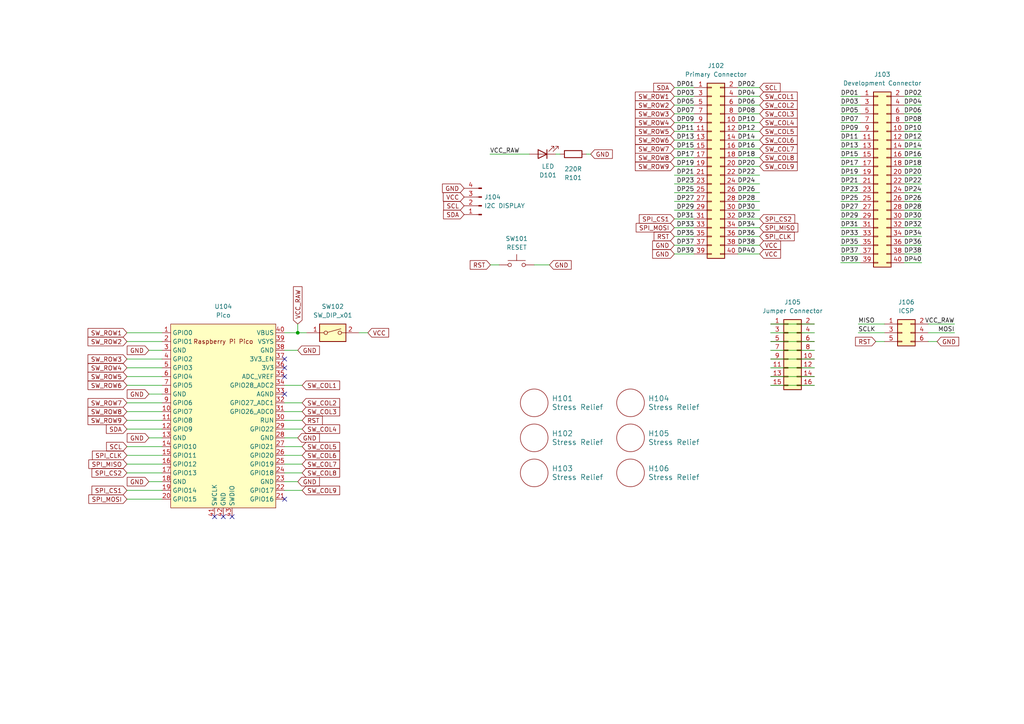
<source format=kicad_sch>
(kicad_sch (version 20230121) (generator eeschema)
  (paper "A4")
  (lib_symbols
    (symbol "Connector:Conn_01x04_Male" (pin_names (offset 1.016) hide)
      (property "Reference" "J" (at 0 5.08 0))
      (property "Value" "Conn_01x04_Male" (at 0 -7.62 0))
      (symbol "Conn_01x04_Male_1_1"
        (polyline (pts (xy 1.27 -5.08) (xy 0.8636 -5.08)) (stroke (width 0.1524)))
        (polyline (pts (xy 1.27 -2.54) (xy 0.8636 -2.54)) (stroke (width 0.1524)))
        (polyline (pts (xy 1.27 0) (xy 0.8636 0)) (stroke (width 0.1524)))
        (polyline (pts (xy 1.27 2.54) (xy 0.8636 2.54)) (stroke (width 0.1524)))
        (rectangle (start 0.8636 -4.953) (end 0 -5.207) (stroke (width 0.1524)) (fill (type outline)))
        (rectangle (start 0.8636 -2.413) (end 0 -2.667) (stroke (width 0.1524)) (fill (type outline)))
        (rectangle (start 0.8636 0.127) (end 0 -0.127) (stroke (width 0.1524)) (fill (type outline)))
        (rectangle (start 0.8636 2.667) (end 0 2.413) (stroke (width 0.1524)) (fill (type outline)))
        (pin passive line (at 5.08 2.54 180) (length 3.81) (name "Pin_1") (number "1"))
        (pin passive line (at 5.08 0 180) (length 3.81) (name "Pin_2") (number "2"))
        (pin passive line (at 5.08 -2.54 180) (length 3.81) (name "Pin_3") (number "3"))
        (pin passive line (at 5.08 -5.08 180) (length 3.81) (name "Pin_4") (number "4"))
      )
    )
    (symbol "Connector_Generic:Conn_02x03_Odd_Even" (pin_names (offset 1.016) hide)
      (property "Reference" "J" (at 1.27 5.08 0))
      (property "Value" "Conn_02x03_Odd_Even" (at 1.27 -5.08 0))
      (symbol "Conn_02x03_Odd_Even_1_1"
        (rectangle (start -1.27 -2.413) (end 0 -2.667) (stroke (width 0.1524)))
        (rectangle (start -1.27 0.127) (end 0 -0.127) (stroke (width 0.1524)))
        (rectangle (start -1.27 2.667) (end 0 2.413) (stroke (width 0.1524)))
        (rectangle (start -1.27 3.81) (end 3.81 -3.81) (stroke (width 0.254)) (fill (type background)))
        (rectangle (start 3.81 -2.413) (end 2.54 -2.667) (stroke (width 0.1524)))
        (rectangle (start 3.81 0.127) (end 2.54 -0.127) (stroke (width 0.1524)))
        (rectangle (start 3.81 2.667) (end 2.54 2.413) (stroke (width 0.1524)))
        (pin passive line (at -5.08 2.54 0) (length 3.81) (name "Pin_1") (number "1"))
        (pin passive line (at 7.62 2.54 180) (length 3.81) (name "Pin_2") (number "2"))
        (pin passive line (at -5.08 0 0) (length 3.81) (name "Pin_3") (number "3"))
        (pin passive line (at 7.62 0 180) (length 3.81) (name "Pin_4") (number "4"))
        (pin passive line (at -5.08 -2.54 0) (length 3.81) (name "Pin_5") (number "5"))
        (pin passive line (at 7.62 -2.54 180) (length 3.81) (name "Pin_6") (number "6"))
      )
    )
    (symbol "Connector_Generic:Conn_02x08_Odd_Even" (pin_names (offset 1.016) hide)
      (property "Reference" "J" (at 1.27 10.16 0))
      (property "Value" "Conn_02x08_Odd_Even" (at 1.27 -12.7 0))
      (symbol "Conn_02x08_Odd_Even_1_1"
        (rectangle (start -1.27 -10.033) (end 0 -10.287) (stroke (width 0.1524)))
        (rectangle (start -1.27 -7.493) (end 0 -7.747) (stroke (width 0.1524)))
        (rectangle (start -1.27 -4.953) (end 0 -5.207) (stroke (width 0.1524)))
        (rectangle (start -1.27 -2.413) (end 0 -2.667) (stroke (width 0.1524)))
        (rectangle (start -1.27 0.127) (end 0 -0.127) (stroke (width 0.1524)))
        (rectangle (start -1.27 2.667) (end 0 2.413) (stroke (width 0.1524)))
        (rectangle (start -1.27 5.207) (end 0 4.953) (stroke (width 0.1524)))
        (rectangle (start -1.27 7.747) (end 0 7.493) (stroke (width 0.1524)))
        (rectangle (start -1.27 8.89) (end 3.81 -11.43) (stroke (width 0.254)) (fill (type background)))
        (rectangle (start 3.81 -10.033) (end 2.54 -10.287) (stroke (width 0.1524)))
        (rectangle (start 3.81 -7.493) (end 2.54 -7.747) (stroke (width 0.1524)))
        (rectangle (start 3.81 -4.953) (end 2.54 -5.207) (stroke (width 0.1524)))
        (rectangle (start 3.81 -2.413) (end 2.54 -2.667) (stroke (width 0.1524)))
        (rectangle (start 3.81 0.127) (end 2.54 -0.127) (stroke (width 0.1524)))
        (rectangle (start 3.81 2.667) (end 2.54 2.413) (stroke (width 0.1524)))
        (rectangle (start 3.81 5.207) (end 2.54 4.953) (stroke (width 0.1524)))
        (rectangle (start 3.81 7.747) (end 2.54 7.493) (stroke (width 0.1524)))
        (pin passive line (at -5.08 7.62 0) (length 3.81) (name "Pin_1") (number "1"))
        (pin passive line (at 7.62 -2.54 180) (length 3.81) (name "Pin_10") (number "10"))
        (pin passive line (at -5.08 -5.08 0) (length 3.81) (name "Pin_11") (number "11"))
        (pin passive line (at 7.62 -5.08 180) (length 3.81) (name "Pin_12") (number "12"))
        (pin passive line (at -5.08 -7.62 0) (length 3.81) (name "Pin_13") (number "13"))
        (pin passive line (at 7.62 -7.62 180) (length 3.81) (name "Pin_14") (number "14"))
        (pin passive line (at -5.08 -10.16 0) (length 3.81) (name "Pin_15") (number "15"))
        (pin passive line (at 7.62 -10.16 180) (length 3.81) (name "Pin_16") (number "16"))
        (pin passive line (at 7.62 7.62 180) (length 3.81) (name "Pin_2") (number "2"))
        (pin passive line (at -5.08 5.08 0) (length 3.81) (name "Pin_3") (number "3"))
        (pin passive line (at 7.62 5.08 180) (length 3.81) (name "Pin_4") (number "4"))
        (pin passive line (at -5.08 2.54 0) (length 3.81) (name "Pin_5") (number "5"))
        (pin passive line (at 7.62 2.54 180) (length 3.81) (name "Pin_6") (number "6"))
        (pin passive line (at -5.08 0 0) (length 3.81) (name "Pin_7") (number "7"))
        (pin passive line (at 7.62 0 180) (length 3.81) (name "Pin_8") (number "8"))
        (pin passive line (at -5.08 -2.54 0) (length 3.81) (name "Pin_9") (number "9"))
      )
    )
    (symbol "Connector_Generic:Conn_02x20_Odd_Even" (pin_names (offset 1.016) hide)
      (property "Reference" "J" (at 1.27 25.4 0))
      (property "Value" "Conn_02x20_Odd_Even" (at 1.27 -27.94 0))
      (symbol "Conn_02x20_Odd_Even_1_1"
        (rectangle (start -1.27 -25.273) (end 0 -25.527) (stroke (width 0.1524)))
        (rectangle (start -1.27 -22.733) (end 0 -22.987) (stroke (width 0.1524)))
        (rectangle (start -1.27 -20.193) (end 0 -20.447) (stroke (width 0.1524)))
        (rectangle (start -1.27 -17.653) (end 0 -17.907) (stroke (width 0.1524)))
        (rectangle (start -1.27 -15.113) (end 0 -15.367) (stroke (width 0.1524)))
        (rectangle (start -1.27 -12.573) (end 0 -12.827) (stroke (width 0.1524)))
        (rectangle (start -1.27 -10.033) (end 0 -10.287) (stroke (width 0.1524)))
        (rectangle (start -1.27 -7.493) (end 0 -7.747) (stroke (width 0.1524)))
        (rectangle (start -1.27 -4.953) (end 0 -5.207) (stroke (width 0.1524)))
        (rectangle (start -1.27 -2.413) (end 0 -2.667) (stroke (width 0.1524)))
        (rectangle (start -1.27 0.127) (end 0 -0.127) (stroke (width 0.1524)))
        (rectangle (start -1.27 2.667) (end 0 2.413) (stroke (width 0.1524)))
        (rectangle (start -1.27 5.207) (end 0 4.953) (stroke (width 0.1524)))
        (rectangle (start -1.27 7.747) (end 0 7.493) (stroke (width 0.1524)))
        (rectangle (start -1.27 10.287) (end 0 10.033) (stroke (width 0.1524)))
        (rectangle (start -1.27 12.827) (end 0 12.573) (stroke (width 0.1524)))
        (rectangle (start -1.27 15.367) (end 0 15.113) (stroke (width 0.1524)))
        (rectangle (start -1.27 17.907) (end 0 17.653) (stroke (width 0.1524)))
        (rectangle (start -1.27 20.447) (end 0 20.193) (stroke (width 0.1524)))
        (rectangle (start -1.27 22.987) (end 0 22.733) (stroke (width 0.1524)))
        (rectangle (start -1.27 24.13) (end 3.81 -26.67) (stroke (width 0.254)) (fill (type background)))
        (rectangle (start 3.81 -25.273) (end 2.54 -25.527) (stroke (width 0.1524)))
        (rectangle (start 3.81 -22.733) (end 2.54 -22.987) (stroke (width 0.1524)))
        (rectangle (start 3.81 -20.193) (end 2.54 -20.447) (stroke (width 0.1524)))
        (rectangle (start 3.81 -17.653) (end 2.54 -17.907) (stroke (width 0.1524)))
        (rectangle (start 3.81 -15.113) (end 2.54 -15.367) (stroke (width 0.1524)))
        (rectangle (start 3.81 -12.573) (end 2.54 -12.827) (stroke (width 0.1524)))
        (rectangle (start 3.81 -10.033) (end 2.54 -10.287) (stroke (width 0.1524)))
        (rectangle (start 3.81 -7.493) (end 2.54 -7.747) (stroke (width 0.1524)))
        (rectangle (start 3.81 -4.953) (end 2.54 -5.207) (stroke (width 0.1524)))
        (rectangle (start 3.81 -2.413) (end 2.54 -2.667) (stroke (width 0.1524)))
        (rectangle (start 3.81 0.127) (end 2.54 -0.127) (stroke (width 0.1524)))
        (rectangle (start 3.81 2.667) (end 2.54 2.413) (stroke (width 0.1524)))
        (rectangle (start 3.81 5.207) (end 2.54 4.953) (stroke (width 0.1524)))
        (rectangle (start 3.81 7.747) (end 2.54 7.493) (stroke (width 0.1524)))
        (rectangle (start 3.81 10.287) (end 2.54 10.033) (stroke (width 0.1524)))
        (rectangle (start 3.81 12.827) (end 2.54 12.573) (stroke (width 0.1524)))
        (rectangle (start 3.81 15.367) (end 2.54 15.113) (stroke (width 0.1524)))
        (rectangle (start 3.81 17.907) (end 2.54 17.653) (stroke (width 0.1524)))
        (rectangle (start 3.81 20.447) (end 2.54 20.193) (stroke (width 0.1524)))
        (rectangle (start 3.81 22.987) (end 2.54 22.733) (stroke (width 0.1524)))
        (pin passive line (at -5.08 22.86 0) (length 3.81) (name "Pin_1") (number "1"))
        (pin passive line (at 7.62 12.7 180) (length 3.81) (name "Pin_10") (number "10"))
        (pin passive line (at -5.08 10.16 0) (length 3.81) (name "Pin_11") (number "11"))
        (pin passive line (at 7.62 10.16 180) (length 3.81) (name "Pin_12") (number "12"))
        (pin passive line (at -5.08 7.62 0) (length 3.81) (name "Pin_13") (number "13"))
        (pin passive line (at 7.62 7.62 180) (length 3.81) (name "Pin_14") (number "14"))
        (pin passive line (at -5.08 5.08 0) (length 3.81) (name "Pin_15") (number "15"))
        (pin passive line (at 7.62 5.08 180) (length 3.81) (name "Pin_16") (number "16"))
        (pin passive line (at -5.08 2.54 0) (length 3.81) (name "Pin_17") (number "17"))
        (pin passive line (at 7.62 2.54 180) (length 3.81) (name "Pin_18") (number "18"))
        (pin passive line (at -5.08 0 0) (length 3.81) (name "Pin_19") (number "19"))
        (pin passive line (at 7.62 22.86 180) (length 3.81) (name "Pin_2") (number "2"))
        (pin passive line (at 7.62 0 180) (length 3.81) (name "Pin_20") (number "20"))
        (pin passive line (at -5.08 -2.54 0) (length 3.81) (name "Pin_21") (number "21"))
        (pin passive line (at 7.62 -2.54 180) (length 3.81) (name "Pin_22") (number "22"))
        (pin passive line (at -5.08 -5.08 0) (length 3.81) (name "Pin_23") (number "23"))
        (pin passive line (at 7.62 -5.08 180) (length 3.81) (name "Pin_24") (number "24"))
        (pin passive line (at -5.08 -7.62 0) (length 3.81) (name "Pin_25") (number "25"))
        (pin passive line (at 7.62 -7.62 180) (length 3.81) (name "Pin_26") (number "26"))
        (pin passive line (at -5.08 -10.16 0) (length 3.81) (name "Pin_27") (number "27"))
        (pin passive line (at 7.62 -10.16 180) (length 3.81) (name "Pin_28") (number "28"))
        (pin passive line (at -5.08 -12.7 0) (length 3.81) (name "Pin_29") (number "29"))
        (pin passive line (at -5.08 20.32 0) (length 3.81) (name "Pin_3") (number "3"))
        (pin passive line (at 7.62 -12.7 180) (length 3.81) (name "Pin_30") (number "30"))
        (pin passive line (at -5.08 -15.24 0) (length 3.81) (name "Pin_31") (number "31"))
        (pin passive line (at 7.62 -15.24 180) (length 3.81) (name "Pin_32") (number "32"))
        (pin passive line (at -5.08 -17.78 0) (length 3.81) (name "Pin_33") (number "33"))
        (pin passive line (at 7.62 -17.78 180) (length 3.81) (name "Pin_34") (number "34"))
        (pin passive line (at -5.08 -20.32 0) (length 3.81) (name "Pin_35") (number "35"))
        (pin passive line (at 7.62 -20.32 180) (length 3.81) (name "Pin_36") (number "36"))
        (pin passive line (at -5.08 -22.86 0) (length 3.81) (name "Pin_37") (number "37"))
        (pin passive line (at 7.62 -22.86 180) (length 3.81) (name "Pin_38") (number "38"))
        (pin passive line (at -5.08 -25.4 0) (length 3.81) (name "Pin_39") (number "39"))
        (pin passive line (at 7.62 20.32 180) (length 3.81) (name "Pin_4") (number "4"))
        (pin passive line (at 7.62 -25.4 180) (length 3.81) (name "Pin_40") (number "40"))
        (pin passive line (at -5.08 17.78 0) (length 3.81) (name "Pin_5") (number "5"))
        (pin passive line (at 7.62 17.78 180) (length 3.81) (name "Pin_6") (number "6"))
        (pin passive line (at -5.08 15.24 0) (length 3.81) (name "Pin_7") (number "7"))
        (pin passive line (at 7.62 15.24 180) (length 3.81) (name "Pin_8") (number "8"))
        (pin passive line (at -5.08 12.7 0) (length 3.81) (name "Pin_9") (number "9"))
      )
    )
    (symbol "Device:LED" (pin_numbers hide) (pin_names (offset 1.016) hide)
      (property "Reference" "D" (at 0 2.54 0))
      (property "Value" "LED" (at 0 -2.54 0))
      (symbol "LED_0_1"
        (polyline (pts (xy -1.27 -1.27) (xy -1.27 1.27)) (stroke (width 0.254)))
        (polyline (pts (xy -1.27 0) (xy 1.27 0)))
        (polyline (pts (xy 1.27 -1.27) (xy 1.27 1.27) (xy -1.27 0) (xy 1.27 -1.27)) (stroke (width 0.254)))
        (polyline (pts (xy -3.048 -0.762) (xy -4.572 -2.286) (xy -3.81 -2.286) (xy -4.572 -2.286) (xy -4.572 -1.524)))
        (polyline (pts (xy -1.778 -0.762) (xy -3.302 -2.286) (xy -2.54 -2.286) (xy -3.302 -2.286) (xy -3.302 -1.524)))
      )
      (symbol "LED_1_1"
        (pin passive line (at -3.81 0 0) (length 2.54) (name "K") (number "1"))
        (pin passive line (at 3.81 0 180) (length 2.54) (name "A") (number "2"))
      )
    )
    (symbol "Device:R" (pin_numbers hide) (pin_names (offset 0))
      (property "Reference" "R" (at 2.032 0 90))
      (property "Value" "R" (at 0 0 90))
      (symbol "R_0_1"
        (rectangle (start -1.016 -2.54) (end 1.016 2.54) (stroke (width 0.254)))
      )
      (symbol "R_1_1"
        (pin passive line (at 0 3.81 270) (length 1.27) (name "~") (number "1"))
        (pin passive line (at 0 -3.81 90) (length 1.27) (name "~") (number "2"))
      )
    )
    (symbol "Switch:SW_DIP_x01" (pin_names (offset 0) hide)
      (property "Reference" "SW" (at 0 3.81 0))
      (property "Value" "SW_DIP_x01" (at 0 -3.81 0))
      (symbol "SW_DIP_x01_0_0"
        (circle (center -2.032 0) (radius 0.508))
        (polyline (pts (xy -1.524 0.127) (xy 2.3622 1.1684)))
        (circle (center 2.032 0) (radius 0.508))
      )
      (symbol "SW_DIP_x01_0_1"
        (rectangle (start -3.81 2.54) (end 3.81 -2.54) (stroke (width 0.254)) (fill (type background)))
      )
      (symbol "SW_DIP_x01_1_1"
        (pin passive line (at -7.62 0 0) (length 5.08) (name "~") (number "1"))
        (pin passive line (at 7.62 0 180) (length 5.08) (name "~") (number "2"))
      )
    )
    (symbol "Switch:SW_Push" (pin_numbers hide) (pin_names (offset 1.016) hide)
      (property "Reference" "SW" (at 1.27 2.54 0))
      (property "Value" "SW_Push" (at 0 -1.524 0))
      (symbol "SW_Push_0_1"
        (circle (center -2.032 0) (radius 0.508))
        (polyline (pts (xy 0 1.27) (xy 0 3.048)))
        (polyline (pts (xy 2.54 1.27) (xy -2.54 1.27)))
        (circle (center 2.032 0) (radius 0.508))
        (pin passive line (at -5.08 0 0) (length 2.54) (name "1") (number "1"))
        (pin passive line (at 5.08 0 180) (length 2.54) (name "2") (number "2"))
      )
    )
    (symbol "keebio:Hole" (pin_names (offset 1.016))
      (property "Reference" "H" (at 0 -1.27 0))
      (property "Value" "Hole" (at 0 1.27 0))
      (symbol "Hole_0_1"
        (circle (center 0 0) (radius 4.0132))
      )
    )
    (symbol "picl:Pico"
      (property "Reference" "U" (at -13.97 27.94 0))
      (property "Value" "Pico" (at 0 19.05 0))
      (symbol "Pico_0_0"
        (text "Raspberry Pi Pico" (at 0 21.59 0) (effects (font (size 1.27 1.27))))
      )
      (symbol "Pico_0_1"
        (rectangle (start -15.24 26.67) (end 15.24 -26.67) (fill (type background)))
      )
      (symbol "Pico_1_1"
        (pin bidirectional line (at -17.78 24.13 0) (length 2.54) (name "GPIO0") (number "1"))
        (pin bidirectional line (at -17.78 1.27 0) (length 2.54) (name "GPIO7") (number "10"))
        (pin bidirectional line (at -17.78 -1.27 0) (length 2.54) (name "GPIO8") (number "11"))
        (pin bidirectional line (at -17.78 -3.81 0) (length 2.54) (name "GPIO9") (number "12"))
        (pin power_in line (at -17.78 -6.35 0) (length 2.54) (name "GND") (number "13"))
        (pin bidirectional line (at -17.78 -8.89 0) (length 2.54) (name "GPIO10") (number "14"))
        (pin bidirectional line (at -17.78 -11.43 0) (length 2.54) (name "GPIO11") (number "15"))
        (pin bidirectional line (at -17.78 -13.97 0) (length 2.54) (name "GPIO12") (number "16"))
        (pin bidirectional line (at -17.78 -16.51 0) (length 2.54) (name "GPIO13") (number "17"))
        (pin power_in line (at -17.78 -19.05 0) (length 2.54) (name "GND") (number "18"))
        (pin bidirectional line (at -17.78 -21.59 0) (length 2.54) (name "GPIO14") (number "19"))
        (pin bidirectional line (at -17.78 21.59 0) (length 2.54) (name "GPIO1") (number "2"))
        (pin bidirectional line (at -17.78 -24.13 0) (length 2.54) (name "GPIO15") (number "20"))
        (pin bidirectional line (at 17.78 -24.13 180) (length 2.54) (name "GPIO16") (number "21"))
        (pin bidirectional line (at 17.78 -21.59 180) (length 2.54) (name "GPIO17") (number "22"))
        (pin power_in line (at 17.78 -19.05 180) (length 2.54) (name "GND") (number "23"))
        (pin bidirectional line (at 17.78 -16.51 180) (length 2.54) (name "GPIO18") (number "24"))
        (pin bidirectional line (at 17.78 -13.97 180) (length 2.54) (name "GPIO19") (number "25"))
        (pin bidirectional line (at 17.78 -11.43 180) (length 2.54) (name "GPIO20") (number "26"))
        (pin bidirectional line (at 17.78 -8.89 180) (length 2.54) (name "GPIO21") (number "27"))
        (pin power_in line (at 17.78 -6.35 180) (length 2.54) (name "GND") (number "28"))
        (pin bidirectional line (at 17.78 -3.81 180) (length 2.54) (name "GPIO22") (number "29"))
        (pin power_in line (at -17.78 19.05 0) (length 2.54) (name "GND") (number "3"))
        (pin input line (at 17.78 -1.27 180) (length 2.54) (name "RUN") (number "30"))
        (pin bidirectional line (at 17.78 1.27 180) (length 2.54) (name "GPIO26_ADC0") (number "31"))
        (pin bidirectional line (at 17.78 3.81 180) (length 2.54) (name "GPIO27_ADC1") (number "32"))
        (pin power_in line (at 17.78 6.35 180) (length 2.54) (name "AGND") (number "33"))
        (pin bidirectional line (at 17.78 8.89 180) (length 2.54) (name "GPIO28_ADC2") (number "34"))
        (pin power_in line (at 17.78 11.43 180) (length 2.54) (name "ADC_VREF") (number "35"))
        (pin power_in line (at 17.78 13.97 180) (length 2.54) (name "3V3") (number "36"))
        (pin input line (at 17.78 16.51 180) (length 2.54) (name "3V3_EN") (number "37"))
        (pin bidirectional line (at 17.78 19.05 180) (length 2.54) (name "GND") (number "38"))
        (pin power_in line (at 17.78 21.59 180) (length 2.54) (name "VSYS") (number "39"))
        (pin bidirectional line (at -17.78 16.51 0) (length 2.54) (name "GPIO2") (number "4"))
        (pin power_in line (at 17.78 24.13 180) (length 2.54) (name "VBUS") (number "40"))
        (pin input line (at -2.54 -29.21 90) (length 2.54) (name "SWCLK") (number "41"))
        (pin power_in line (at 0 -29.21 90) (length 2.54) (name "GND") (number "42"))
        (pin bidirectional line (at 2.54 -29.21 90) (length 2.54) (name "SWDIO") (number "43"))
        (pin bidirectional line (at -17.78 13.97 0) (length 2.54) (name "GPIO3") (number "5"))
        (pin bidirectional line (at -17.78 11.43 0) (length 2.54) (name "GPIO4") (number "6"))
        (pin bidirectional line (at -17.78 8.89 0) (length 2.54) (name "GPIO5") (number "7"))
        (pin power_in line (at -17.78 6.35 0) (length 2.54) (name "GND") (number "8"))
        (pin bidirectional line (at -17.78 3.81 0) (length 2.54) (name "GPIO6") (number "9"))
      )
    )
  )
  (junction (at 86.36 96.52))
  (no_connect (at 62.23 149.86))
  (no_connect (at 82.55 114.3))
  (no_connect (at 67.31 149.86))
  (no_connect (at 64.77 149.86))
  (no_connect (at 82.55 106.68))
  (no_connect (at 82.55 144.78))
  (no_connect (at 82.55 104.14))
  (no_connect (at 82.55 109.22))
  (wire (pts (xy 262.255 43.18) (xy 267.335 43.18)))
  (wire (pts (xy 142.113 44.704) (xy 153.543 44.704)))
  (wire (pts (xy 223.52 111.76) (xy 236.22 111.76)))
  (wire (pts (xy 213.995 33.02) (xy 220.345 33.02)))
  (wire (pts (xy 36.83 142.24) (xy 46.99 142.24)))
  (wire (pts (xy 262.255 38.1) (xy 267.335 38.1)))
  (wire (pts (xy 195.58 43.18) (xy 201.295 43.18)))
  (wire (pts (xy 262.255 71.12) (xy 267.335 71.12)))
  (wire (pts (xy 262.255 68.58) (xy 267.335 68.58)))
  (wire (pts (xy 195.58 48.26) (xy 201.295 48.26)))
  (wire (pts (xy 262.255 40.64) (xy 267.335 40.64)))
  (wire (pts (xy 213.995 53.34) (xy 220.345 53.34)))
  (wire (pts (xy 195.58 33.02) (xy 201.295 33.02)))
  (wire (pts (xy 243.84 73.66) (xy 249.555 73.66)))
  (wire (pts (xy 195.58 40.64) (xy 201.295 40.64)))
  (wire (pts (xy 36.83 134.62) (xy 46.99 134.62)))
  (wire (pts (xy 36.83 144.78) (xy 46.99 144.78)))
  (wire (pts (xy 213.995 71.12) (xy 220.345 71.12)))
  (wire (pts (xy 223.52 101.6) (xy 236.22 101.6)))
  (wire (pts (xy 243.84 45.72) (xy 249.555 45.72)))
  (wire (pts (xy 82.55 119.38) (xy 87.63 119.38)))
  (wire (pts (xy 36.83 129.54) (xy 46.99 129.54)))
  (wire (pts (xy 213.995 43.18) (xy 220.345 43.18)))
  (wire (pts (xy 195.58 73.66) (xy 201.295 73.66)))
  (wire (pts (xy 243.84 27.94) (xy 249.555 27.94)))
  (wire (pts (xy 36.83 111.76) (xy 46.99 111.76)))
  (wire (pts (xy 243.84 35.56) (xy 249.555 35.56)))
  (wire (pts (xy 213.995 45.72) (xy 220.345 45.72)))
  (wire (pts (xy 36.83 99.06) (xy 46.99 99.06)))
  (wire (pts (xy 262.255 30.48) (xy 267.335 30.48)))
  (wire (pts (xy 243.84 40.64) (xy 249.555 40.64)))
  (wire (pts (xy 269.24 93.98) (xy 276.86 93.98)))
  (wire (pts (xy 82.55 142.24) (xy 87.63 142.24)))
  (wire (pts (xy 213.995 50.8) (xy 220.345 50.8)))
  (wire (pts (xy 161.163 44.704) (xy 162.433 44.704)))
  (wire (pts (xy 262.255 63.5) (xy 267.335 63.5)))
  (wire (pts (xy 223.52 93.98) (xy 236.22 93.98)))
  (wire (pts (xy 213.995 38.1) (xy 220.345 38.1)))
  (wire (pts (xy 82.55 132.08) (xy 87.63 132.08)))
  (wire (pts (xy 36.83 137.16) (xy 46.99 137.16)))
  (wire (pts (xy 213.995 60.96) (xy 220.345 60.96)))
  (wire (pts (xy 243.84 55.88) (xy 249.555 55.88)))
  (wire (pts (xy 262.255 35.56) (xy 267.335 35.56)))
  (wire (pts (xy 213.995 48.26) (xy 220.345 48.26)))
  (wire (pts (xy 195.58 38.1) (xy 201.295 38.1)))
  (wire (pts (xy 82.55 129.54) (xy 87.63 129.54)))
  (wire (pts (xy 243.84 48.26) (xy 249.555 48.26)))
  (wire (pts (xy 82.55 124.46) (xy 87.63 124.46)))
  (wire (pts (xy 195.58 30.48) (xy 201.295 30.48)))
  (wire (pts (xy 195.58 25.4) (xy 201.295 25.4)))
  (wire (pts (xy 213.995 40.64) (xy 220.345 40.64)))
  (wire (pts (xy 36.83 116.84) (xy 46.99 116.84)))
  (wire (pts (xy 36.83 119.38) (xy 46.99 119.38)))
  (wire (pts (xy 213.995 55.88) (xy 220.345 55.88)))
  (wire (pts (xy 213.995 63.5) (xy 220.345 63.5)))
  (wire (pts (xy 36.83 132.08) (xy 46.99 132.08)))
  (wire (pts (xy 248.92 93.98) (xy 256.54 93.98)))
  (wire (pts (xy 195.58 58.42) (xy 201.295 58.42)))
  (wire (pts (xy 82.55 134.62) (xy 87.63 134.62)))
  (wire (pts (xy 243.84 63.5) (xy 249.555 63.5)))
  (wire (pts (xy 213.995 25.4) (xy 220.345 25.4)))
  (wire (pts (xy 262.255 27.94) (xy 267.335 27.94)))
  (wire (pts (xy 243.84 76.2) (xy 249.555 76.2)))
  (wire (pts (xy 43.18 127) (xy 46.99 127)))
  (wire (pts (xy 243.84 68.58) (xy 249.555 68.58)))
  (wire (pts (xy 243.84 60.96) (xy 249.555 60.96)))
  (wire (pts (xy 195.58 60.96) (xy 201.295 60.96)))
  (wire (pts (xy 43.18 101.6) (xy 46.99 101.6)))
  (wire (pts (xy 213.995 35.56) (xy 220.345 35.56)))
  (wire (pts (xy 223.52 104.14) (xy 236.22 104.14)))
  (wire (pts (xy 36.83 104.14) (xy 46.99 104.14)))
  (wire (pts (xy 262.255 76.2) (xy 267.335 76.2)))
  (wire (pts (xy 262.255 55.88) (xy 267.335 55.88)))
  (wire (pts (xy 142.24 76.835) (xy 144.78 76.835)))
  (wire (pts (xy 243.84 66.04) (xy 249.555 66.04)))
  (wire (pts (xy 36.83 96.52) (xy 46.99 96.52)))
  (wire (pts (xy 195.58 55.88) (xy 201.295 55.88)))
  (wire (pts (xy 195.58 63.5) (xy 201.295 63.5)))
  (wire (pts (xy 195.58 66.04) (xy 201.295 66.04)))
  (wire (pts (xy 262.255 58.42) (xy 267.335 58.42)))
  (wire (pts (xy 82.55 121.92) (xy 87.63 121.92)))
  (wire (pts (xy 36.83 124.46) (xy 46.99 124.46)))
  (wire (pts (xy 36.83 121.92) (xy 46.99 121.92)))
  (wire (pts (xy 262.255 60.96) (xy 267.335 60.96)))
  (wire (pts (xy 243.84 71.12) (xy 249.555 71.12)))
  (wire (pts (xy 195.58 68.58) (xy 201.295 68.58)))
  (wire (pts (xy 154.94 76.835) (xy 159.385 76.835)))
  (wire (pts (xy 213.995 27.94) (xy 220.345 27.94)))
  (wire (pts (xy 243.84 33.02) (xy 249.555 33.02)))
  (wire (pts (xy 86.36 127) (xy 82.55 127)))
  (wire (pts (xy 243.84 53.34) (xy 249.555 53.34)))
  (wire (pts (xy 223.52 99.06) (xy 236.22 99.06)))
  (wire (pts (xy 195.58 71.12) (xy 201.295 71.12)))
  (wire (pts (xy 223.52 96.52) (xy 236.22 96.52)))
  (wire (pts (xy 243.84 43.18) (xy 249.555 43.18)))
  (wire (pts (xy 213.995 68.58) (xy 220.345 68.58)))
  (wire (pts (xy 262.255 53.34) (xy 267.335 53.34)))
  (wire (pts (xy 243.84 50.8) (xy 249.555 50.8)))
  (wire (pts (xy 262.255 73.66) (xy 267.335 73.66)))
  (wire (pts (xy 104.14 96.52) (xy 106.68 96.52)))
  (wire (pts (xy 82.55 116.84) (xy 87.63 116.84)))
  (wire (pts (xy 262.255 33.02) (xy 267.335 33.02)))
  (wire (pts (xy 43.18 114.3) (xy 46.99 114.3)))
  (wire (pts (xy 195.58 45.72) (xy 201.295 45.72)))
  (wire (pts (xy 248.92 96.52) (xy 256.54 96.52)))
  (wire (pts (xy 86.36 93.98) (xy 86.36 96.52)))
  (wire (pts (xy 213.995 73.66) (xy 220.345 73.66)))
  (wire (pts (xy 269.24 99.06) (xy 271.78 99.06)))
  (wire (pts (xy 262.255 45.72) (xy 267.335 45.72)))
  (wire (pts (xy 243.84 30.48) (xy 249.555 30.48)))
  (wire (pts (xy 82.55 111.76) (xy 87.63 111.76)))
  (wire (pts (xy 254 99.06) (xy 256.54 99.06)))
  (wire (pts (xy 213.995 66.04) (xy 220.345 66.04)))
  (wire (pts (xy 223.52 106.68) (xy 236.22 106.68)))
  (wire (pts (xy 243.84 58.42) (xy 249.555 58.42)))
  (wire (pts (xy 86.36 96.52) (xy 88.9 96.52)))
  (wire (pts (xy 269.24 96.52) (xy 276.86 96.52)))
  (wire (pts (xy 262.255 66.04) (xy 267.335 66.04)))
  (wire (pts (xy 86.36 139.7) (xy 82.55 139.7)))
  (wire (pts (xy 195.58 53.34) (xy 201.295 53.34)))
  (wire (pts (xy 262.255 48.26) (xy 267.335 48.26)))
  (wire (pts (xy 213.995 58.42) (xy 220.345 58.42)))
  (wire (pts (xy 243.84 38.1) (xy 249.555 38.1)))
  (wire (pts (xy 36.83 106.68) (xy 46.99 106.68)))
  (wire (pts (xy 213.995 30.48) (xy 220.345 30.48)))
  (wire (pts (xy 195.58 50.8) (xy 201.295 50.8)))
  (wire (pts (xy 36.83 109.22) (xy 46.99 109.22)))
  (wire (pts (xy 43.18 139.7) (xy 46.99 139.7)))
  (wire (pts (xy 195.58 35.56) (xy 201.295 35.56)))
  (wire (pts (xy 223.52 109.22) (xy 236.22 109.22)))
  (wire (pts (xy 82.55 96.52) (xy 86.36 96.52)))
  (wire (pts (xy 82.55 137.16) (xy 87.63 137.16)))
  (wire (pts (xy 86.36 101.6) (xy 82.55 101.6)))
  (wire (pts (xy 170.053 44.704) (xy 171.323 44.704)))
  (wire (pts (xy 195.58 27.94) (xy 201.295 27.94)))
  (wire (pts (xy 262.255 50.8) (xy 267.335 50.8)))
  (label "DP36" (at 267.335 71.12 180))
  (label "DP27" (at 196.215 58.42 0))
  (label "DP29" (at 243.84 63.5 0))
  (label "DP12" (at 219.075 38.1 180))
  (label "DP14" (at 219.075 40.64 180))
  (label "DP21" (at 196.215 50.8 0))
  (label "DP28" (at 219.075 58.42 180))
  (label "DP30" (at 267.335 63.5 180))
  (label "DP03" (at 243.84 30.48 0))
  (label "DP39" (at 243.84 76.2 0))
  (label "DP11" (at 243.84 40.64 0))
  (label "VCC_RAW" (at 276.86 93.98 180))
  (label "DP31" (at 243.84 66.04 0))
  (label "DP28" (at 267.335 60.96 180))
  (label "DP06" (at 267.335 33.02 180))
  (label "DP22" (at 267.335 53.34 180))
  (label "DP04" (at 219.075 27.94 180))
  (label "DP29" (at 196.215 60.96 0))
  (label "DP32" (at 219.075 63.5 180))
  (label "DP22" (at 219.075 50.8 180))
  (label "DP17" (at 196.215 45.72 0))
  (label "DP09" (at 243.84 38.1 0))
  (label "DP12" (at 267.335 40.64 180))
  (label "DP36" (at 219.075 68.58 180))
  (label "DP01" (at 196.215 25.4 0))
  (label "DP26" (at 219.075 55.88 180))
  (label "DP19" (at 196.215 48.26 0))
  (label "DP23" (at 196.215 53.34 0))
  (label "DP25" (at 196.215 55.88 0))
  (label "DP38" (at 267.335 73.66 180))
  (label "DP38" (at 219.075 71.12 180))
  (label "DP27" (at 243.84 60.96 0))
  (label "DP40" (at 267.335 76.2 180))
  (label "DP10" (at 267.335 38.1 180))
  (label "DP39" (at 196.215 73.66 0))
  (label "DP34" (at 219.075 66.04 180))
  (label "DP14" (at 267.335 43.18 180))
  (label "DP35" (at 196.215 68.58 0))
  (label "DP13" (at 196.215 40.64 0))
  (label "DP06" (at 219.075 30.48 180))
  (label "DP07" (at 196.215 33.02 0))
  (label "DP04" (at 267.335 30.48 180))
  (label "DP20" (at 267.335 50.8 180))
  (label "DP01" (at 243.84 27.94 0))
  (label "MOSI" (at 276.86 96.52 180))
  (label "DP08" (at 267.335 35.56 180))
  (label "DP21" (at 243.84 53.34 0))
  (label "DP15" (at 243.84 45.72 0))
  (label "VCC_RAW" (at 142.113 44.704 0))
  (label "DP07" (at 243.84 35.56 0))
  (label "DP13" (at 243.84 43.18 0))
  (label "DP18" (at 267.335 48.26 180))
  (label "DP34" (at 267.335 68.58 180))
  (label "DP20" (at 219.075 48.26 180))
  (label "DP18" (at 219.075 45.72 180))
  (label "DP02" (at 219.075 25.4 180))
  (label "DP05" (at 196.215 30.48 0))
  (label "DP30" (at 219.075 60.96 180))
  (label "DP40" (at 219.075 73.66 180))
  (label "DP05" (at 243.84 33.02 0))
  (label "DP03" (at 196.215 27.94 0))
  (label "DP37" (at 243.84 73.66 0))
  (label "DP32" (at 267.335 66.04 180))
  (label "DP24" (at 267.335 55.88 180))
  (label "DP16" (at 267.335 45.72 180))
  (label "MISO" (at 248.92 93.98 0))
  (label "DP23" (at 243.84 55.88 0))
  (label "DP17" (at 243.84 48.26 0))
  (label "DP08" (at 219.075 33.02 180))
  (label "DP15" (at 196.215 43.18 0))
  (label "DP35" (at 243.84 71.12 0))
  (label "DP33" (at 196.215 66.04 0))
  (label "DP24" (at 219.075 53.34 180))
  (label "DP33" (at 243.84 68.58 0))
  (label "DP11" (at 196.215 38.1 0))
  (label "DP25" (at 243.84 58.42 0))
  (label "DP09" (at 196.215 35.56 0))
  (label "SCLK" (at 248.92 96.52 0))
  (label "DP10" (at 219.075 35.56 180))
  (label "DP19" (at 243.84 50.8 0))
  (label "DP16" (at 219.075 43.18 180))
  (label "DP26" (at 267.335 58.42 180))
  (label "DP02" (at 267.335 27.94 180))
  (label "DP31" (at 196.215 63.5 0))
  (label "DP37" (at 196.215 71.12 0))
  (global_label "SW_ROW5" (shape input) (at 36.83 109.22 180) (property "Intersheetrefs" "${INTERSHEET_REFS}" (effects hide)))
  (global_label "SW_COL2" (shape input) (at 220.345 30.48 0) (property "Intersheetrefs" "${INTERSHEET_REFS}" (effects hide)))
  (global_label "SW_ROW8" (shape input) (at 36.83 119.38 180) (property "Intersheetrefs" "${INTERSHEET_REFS}" (effects hide)))
  (global_label "SW_ROW1" (shape input) (at 195.58 27.94 180) (property "Intersheetrefs" "${INTERSHEET_REFS}" (effects hide)))
  (global_label "SW_ROW9" (shape input) (at 195.58 48.26 180) (property "Intersheetrefs" "${INTERSHEET_REFS}" (effects hide)))
  (global_label "SW_ROW6" (shape input) (at 195.58 40.64 180) (property "Intersheetrefs" "${INTERSHEET_REFS}" (effects hide)))
  (global_label "SDA" (shape input) (at 36.83 124.46 180) (property "Intersheetrefs" "${INTERSHEET_REFS}" (effects hide)))
  (global_label "GND" (shape input) (at 271.78 99.06 0) (property "Intersheetrefs" "${INTERSHEET_REFS}" (effects hide)))
  (global_label "SCL" (shape input) (at 220.345 25.4 0) (property "Intersheetrefs" "${INTERSHEET_REFS}" (effects hide)))
  (global_label "SPI_CLK" (shape input) (at 36.83 132.08 180) (property "Intersheetrefs" "${INTERSHEET_REFS}" (effects hide)))
  (global_label "SW_ROW7" (shape input) (at 36.83 116.84 180) (property "Intersheetrefs" "${INTERSHEET_REFS}" (effects hide)))
  (global_label "GND" (shape input) (at 134.62 54.61 180) (property "Intersheetrefs" "${INTERSHEET_REFS}" (effects hide)))
  (global_label "SDA" (shape input) (at 195.58 25.4 180) (property "Intersheetrefs" "${INTERSHEET_REFS}" (effects hide)))
  (global_label "SPI_CS1" (shape input) (at 195.58 63.5 180) (property "Intersheetrefs" "${INTERSHEET_REFS}" (effects hide)))
  (global_label "GND" (shape input) (at 43.18 114.3 180) (property "Intersheetrefs" "${INTERSHEET_REFS}" (effects hide)))
  (global_label "SCL" (shape input) (at 134.62 59.69 180) (property "Intersheetrefs" "${INTERSHEET_REFS}" (effects hide)))
  (global_label "SW_COL9" (shape input) (at 87.63 142.24 0) (property "Intersheetrefs" "${INTERSHEET_REFS}" (effects hide)))
  (global_label "VCC" (shape input) (at 106.68 96.52 0) (property "Intersheetrefs" "${INTERSHEET_REFS}" (effects hide)))
  (global_label "GND" (shape input) (at 86.36 139.7 0) (property "Intersheetrefs" "${INTERSHEET_REFS}" (effects hide)))
  (global_label "SW_COL6" (shape input) (at 220.345 40.64 0) (property "Intersheetrefs" "${INTERSHEET_REFS}" (effects hide)))
  (global_label "SPI_MOSI" (shape input) (at 195.58 66.04 180) (property "Intersheetrefs" "${INTERSHEET_REFS}" (effects hide)))
  (global_label "SW_ROW1" (shape input) (at 36.83 96.52 180) (property "Intersheetrefs" "${INTERSHEET_REFS}" (effects hide)))
  (global_label "SW_ROW7" (shape input) (at 195.58 43.18 180) (property "Intersheetrefs" "${INTERSHEET_REFS}" (effects hide)))
  (global_label "VCC_RAW" (shape input) (at 86.36 93.98 90) (property "Intersheetrefs" "${INTERSHEET_REFS}" (effects hide)))
  (global_label "SW_ROW6" (shape input) (at 36.83 111.76 180) (property "Intersheetrefs" "${INTERSHEET_REFS}" (effects hide)))
  (global_label "SW_COL4" (shape input) (at 87.63 124.46 0) (property "Intersheetrefs" "${INTERSHEET_REFS}" (effects hide)))
  (global_label "SW_ROW4" (shape input) (at 36.83 106.68 180) (property "Intersheetrefs" "${INTERSHEET_REFS}" (effects hide)))
  (global_label "SW_ROW9" (shape input) (at 36.83 121.92 180) (property "Intersheetrefs" "${INTERSHEET_REFS}" (effects hide)))
  (global_label "VCC" (shape input) (at 220.345 73.66 0) (property "Intersheetrefs" "${INTERSHEET_REFS}" (effects hide)))
  (global_label "SW_COL6" (shape input) (at 87.63 132.08 0) (property "Intersheetrefs" "${INTERSHEET_REFS}" (effects hide)))
  (global_label "SW_COL3" (shape input) (at 220.345 33.02 0) (property "Intersheetrefs" "${INTERSHEET_REFS}" (effects hide)))
  (global_label "SW_COL1" (shape input) (at 220.345 27.94 0) (property "Intersheetrefs" "${INTERSHEET_REFS}" (effects hide)))
  (global_label "SPI_CS2" (shape input) (at 220.345 63.5 0) (property "Intersheetrefs" "${INTERSHEET_REFS}" (effects hide)))
  (global_label "SW_ROW3" (shape input) (at 195.58 33.02 180) (property "Intersheetrefs" "${INTERSHEET_REFS}" (effects hide)))
  (global_label "GND" (shape input) (at 195.58 71.12 180) (property "Intersheetrefs" "${INTERSHEET_REFS}" (effects hide)))
  (global_label "SW_ROW4" (shape input) (at 195.58 35.56 180) (property "Intersheetrefs" "${INTERSHEET_REFS}" (effects hide)))
  (global_label "VCC" (shape input) (at 220.345 71.12 0) (property "Intersheetrefs" "${INTERSHEET_REFS}" (effects hide)))
  (global_label "SPI_CS1" (shape input) (at 36.83 142.24 180) (property "Intersheetrefs" "${INTERSHEET_REFS}" (effects hide)))
  (global_label "SW_COL7" (shape input) (at 87.63 134.62 0) (property "Intersheetrefs" "${INTERSHEET_REFS}" (effects hide)))
  (global_label "SW_COL5" (shape input) (at 220.345 38.1 0) (property "Intersheetrefs" "${INTERSHEET_REFS}" (effects hide)))
  (global_label "SW_COL2" (shape input) (at 87.63 116.84 0) (property "Intersheetrefs" "${INTERSHEET_REFS}" (effects hide)))
  (global_label "SW_ROW3" (shape input) (at 36.83 104.14 180) (property "Intersheetrefs" "${INTERSHEET_REFS}" (effects hide)))
  (global_label "RST" (shape input) (at 254 99.06 180) (property "Intersheetrefs" "${INTERSHEET_REFS}" (effects hide)))
  (global_label "SW_COL4" (shape input) (at 220.345 35.56 0) (property "Intersheetrefs" "${INTERSHEET_REFS}" (effects hide)))
  (global_label "VCC" (shape input) (at 134.62 57.15 180) (property "Intersheetrefs" "${INTERSHEET_REFS}" (effects hide)))
  (global_label "SW_ROW5" (shape input) (at 195.58 38.1 180) (property "Intersheetrefs" "${INTERSHEET_REFS}" (effects hide)))
  (global_label "SW_ROW2" (shape input) (at 195.58 30.48 180) (property "Intersheetrefs" "${INTERSHEET_REFS}" (effects hide)))
  (global_label "SW_COL7" (shape input) (at 220.345 43.18 0) (property "Intersheetrefs" "${INTERSHEET_REFS}" (effects hide)))
  (global_label "GND" (shape input) (at 86.36 101.6 0) (property "Intersheetrefs" "${INTERSHEET_REFS}" (effects hide)))
  (global_label "SPI_MISO" (shape input) (at 36.83 134.62 180) (property "Intersheetrefs" "${INTERSHEET_REFS}" (effects hide)))
  (global_label "RST" (shape input) (at 142.24 76.835 180) (property "Intersheetrefs" "${INTERSHEET_REFS}" (effects hide)))
  (global_label "GND" (shape input) (at 86.36 127 0) (property "Intersheetrefs" "${INTERSHEET_REFS}" (effects hide)))
  (global_label "SW_ROW2" (shape input) (at 36.83 99.06 180) (property "Intersheetrefs" "${INTERSHEET_REFS}" (effects hide)))
  (global_label "SW_COL3" (shape input) (at 87.63 119.38 0) (property "Intersheetrefs" "${INTERSHEET_REFS}" (effects hide)))
  (global_label "SCL" (shape input) (at 36.83 129.54 180) (property "Intersheetrefs" "${INTERSHEET_REFS}" (effects hide)))
  (global_label "SW_COL1" (shape input) (at 87.63 111.76 0) (property "Intersheetrefs" "${INTERSHEET_REFS}" (effects hide)))
  (global_label "SDA" (shape input) (at 134.62 62.23 180) (property "Intersheetrefs" "${INTERSHEET_REFS}" (effects hide)))
  (global_label "GND" (shape input) (at 43.18 139.7 180) (property "Intersheetrefs" "${INTERSHEET_REFS}" (effects hide)))
  (global_label "GND" (shape input) (at 43.18 101.6 180) (property "Intersheetrefs" "${INTERSHEET_REFS}" (effects hide)))
  (global_label "GND" (shape input) (at 195.58 73.66 180) (property "Intersheetrefs" "${INTERSHEET_REFS}" (effects hide)))
  (global_label "SPI_CS2" (shape input) (at 36.83 137.16 180) (property "Intersheetrefs" "${INTERSHEET_REFS}" (effects hide)))
  (global_label "SW_COL9" (shape input) (at 220.345 48.26 0) (property "Intersheetrefs" "${INTERSHEET_REFS}" (effects hide)))
  (global_label "SPI_MOSI" (shape input) (at 36.83 144.78 180) (property "Intersheetrefs" "${INTERSHEET_REFS}" (effects hide)))
  (global_label "GND" (shape input) (at 159.385 76.835 0) (property "Intersheetrefs" "${INTERSHEET_REFS}" (effects hide)))
  (global_label "SW_ROW8" (shape input) (at 195.58 45.72 180) (property "Intersheetrefs" "${INTERSHEET_REFS}" (effects hide)))
  (global_label "SW_COL5" (shape input) (at 87.63 129.54 0) (property "Intersheetrefs" "${INTERSHEET_REFS}" (effects hide)))
  (global_label "GND" (shape input) (at 171.323 44.704 0) (property "Intersheetrefs" "${INTERSHEET_REFS}" (effects hide)))
  (global_label "RST" (shape input) (at 195.58 68.58 180) (property "Intersheetrefs" "${INTERSHEET_REFS}" (effects hide)))
  (global_label "SPI_CLK" (shape input) (at 220.345 68.58 0) (property "Intersheetrefs" "${INTERSHEET_REFS}" (effects hide)))
  (global_label "GND" (shape input) (at 43.18 127 180) (property "Intersheetrefs" "${INTERSHEET_REFS}" (effects hide)))
  (global_label "RST" (shape input) (at 87.63 121.92 0) (property "Intersheetrefs" "${INTERSHEET_REFS}" (effects hide)))
  (global_label "SW_COL8" (shape input) (at 220.345 45.72 0) (property "Intersheetrefs" "${INTERSHEET_REFS}" (effects hide)))
  (global_label "SW_COL8" (shape input) (at 87.63 137.16 0) (property "Intersheetrefs" "${INTERSHEET_REFS}" (effects hide)))
  (global_label "SPI_MISO" (shape input) (at 220.345 66.04 0) (property "Intersheetrefs" "${INTERSHEET_REFS}" (effects hide)))
  (symbol (lib_id "Switch:SW_DIP_x01") (at 96.52 96.52 0) (unit 1)
    (property "Reference" "SW102" (at 96.52 88.9 0))
    (property "Value" "SW_DIP_x01" (at 96.52 91.44 0))
    (property "Footprint" "Button_Switch_THT:SW_DIP_SPSTx01_Slide_9.78x4.72mm_W7.62mm_P2.54mm" (effects hide))
  )
  (symbol (lib_id "keebio:Hole") (at 154.94 127 0) (unit 1)
    (property "Reference" "H102" (at 160.02 125.73 0) (effects (font (size 1.524 1.524)) (justify left)))
    (property "Value" "Stress Relief" (at 160.02 128.27 0) (effects (font (size 1.524 1.524)) (justify left)))
    (property "Footprint" "MountingHole:MountingHole_2.7mm" (effects hide))
  )
  (symbol (lib_id "keebio:Hole") (at 182.88 127 0) (unit 1)
    (property "Reference" "H105" (at 187.96 125.73 0) (effects (font (size 1.524 1.524)) (justify left)))
    (property "Value" "Stress Relief" (at 187.96 128.27 0) (effects (font (size 1.524 1.524)) (justify left)))
    (property "Footprint" "MountingHole:MountingHole_2.7mm" (effects hide))
  )
  (symbol (lib_id "picl:Pico") (at 64.77 120.65 0) (unit 1)
    (property "Reference" "U104" (at 64.77 88.9 0))
    (property "Value" "Pico" (at 64.77 91.44 0))
    (property "Footprint" "pico:RPi_Pico_SMD_TH" (effects hide))
  )
  (symbol (lib_id "Connector_Generic:Conn_02x08_Odd_Even") (at 228.6 101.6 0) (unit 1)
    (property "Reference" "J105" (at 229.87 87.63 0))
    (property "Value" "Jumper Connector" (at 229.87 90.17 0))
    (property "Footprint" "Connector_PinHeader_2.54mm:PinHeader_2x08_P2.54mm_Vertical" (effects hide))
  )
  (symbol (lib_id "keebio:Hole") (at 182.88 116.84 0) (unit 1)
    (property "Reference" "H104" (at 187.96 115.57 0) (effects (font (size 1.524 1.524)) (justify left)))
    (property "Value" "Stress Relief" (at 187.96 118.11 0) (effects (font (size 1.524 1.524)) (justify left)))
    (property "Footprint" "MountingHole:MountingHole_2.7mm" (effects hide))
  )
  (symbol (lib_id "Device:LED") (at 157.353 44.704 180) (unit 1)
    (property "Reference" "D101" (at 158.9405 50.8 0))
    (property "Value" "LED" (at 158.9405 48.26 0))
    (property "Footprint" "LED_THT:LED_D3.0mm" (effects hide))
  )
  (symbol (lib_id "Device:R") (at 166.243 44.704 270) (unit 1)
    (property "Reference" "R101" (at 166.243 51.562 90))
    (property "Value" "220R" (at 166.243 49.022 90))
    (property "Footprint" "keebio:Resistor-Hybrid" (effects hide))
  )
  (symbol (lib_id "keebio:Hole") (at 154.94 116.84 0) (unit 1)
    (property "Reference" "H101" (at 160.02 115.57 0) (effects (font (size 1.524 1.524)) (justify left)))
    (property "Value" "Stress Relief" (at 160.02 118.11 0) (effects (font (size 1.524 1.524)) (justify left)))
    (property "Footprint" "MountingHole:MountingHole_2.7mm" (effects hide))
  )
  (symbol (lib_id "keebio:Hole") (at 154.94 137.16 0) (unit 1)
    (property "Reference" "H103" (at 160.02 135.89 0) (effects (font (size 1.524 1.524)) (justify left)))
    (property "Value" "Stress Relief" (at 160.02 138.43 0) (effects (font (size 1.524 1.524)) (justify left)))
    (property "Footprint" "MountingHole:MountingHole_2.7mm" (effects hide))
  )
  (symbol (lib_id "Connector:Conn_01x04_Male") (at 139.7 59.69 180) (unit 1)
    (property "Reference" "J104" (at 140.462 57.1499 0) (effects (justify right)))
    (property "Value" "I2C DISPLAY" (at 140.462 59.6899 0) (effects (justify right)))
    (property "Footprint" "Connector_PinHeader_2.54mm:PinHeader_1x04_P2.54mm_Horizontal" (effects hide))
  )
  (symbol (lib_id "keebio:Hole") (at 182.88 137.16 0) (unit 1)
    (property "Reference" "H106" (at 187.96 135.89 0) (effects (font (size 1.524 1.524)) (justify left)))
    (property "Value" "Stress Relief" (at 187.96 138.43 0) (effects (font (size 1.524 1.524)) (justify left)))
    (property "Footprint" "MountingHole:MountingHole_2.7mm" (effects hide))
  )
  (symbol (lib_id "Connector_Generic:Conn_02x20_Odd_Even") (at 206.375 48.26 0) (unit 1)
    (property "Reference" "J102" (at 207.645 19.05 0))
    (property "Value" "Primary Connector" (at 207.645 21.59 0))
    (property "Footprint" "Connector_PinHeader_2.54mm:PinHeader_2x20_P2.54mm_Vertical" (effects hide))
  )
  (symbol (lib_id "Switch:SW_Push") (at 149.86 76.835 0) (unit 1)
    (property "Reference" "SW101" (at 149.86 69.215 0))
    (property "Value" "RESET" (at 149.86 71.755 0))
    (property "Footprint" "Button_Switch_THT:SW_PUSH_6mm" (effects hide))
  )
  (symbol (lib_id "Connector_Generic:Conn_02x03_Odd_Even") (at 261.62 96.52 0) (unit 1)
    (property "Reference" "J106" (at 262.89 87.63 0))
    (property "Value" "ICSP" (at 262.89 90.17 0))
    (property "Footprint" "Connector_PinHeader_2.54mm:PinHeader_2x03_P2.54mm_Vertical" (effects hide))
  )
  (symbol (lib_id "Connector_Generic:Conn_02x20_Odd_Even") (at 254.635 50.8 0) (unit 1)
    (property "Reference" "J103" (at 255.905 21.59 0))
    (property "Value" "Development Connector" (at 255.905 24.13 0))
    (property "Footprint" "Connector_PinHeader_2.54mm:PinHeader_2x20_P2.54mm_Vertical" (effects hide))
  )
)
</source>
